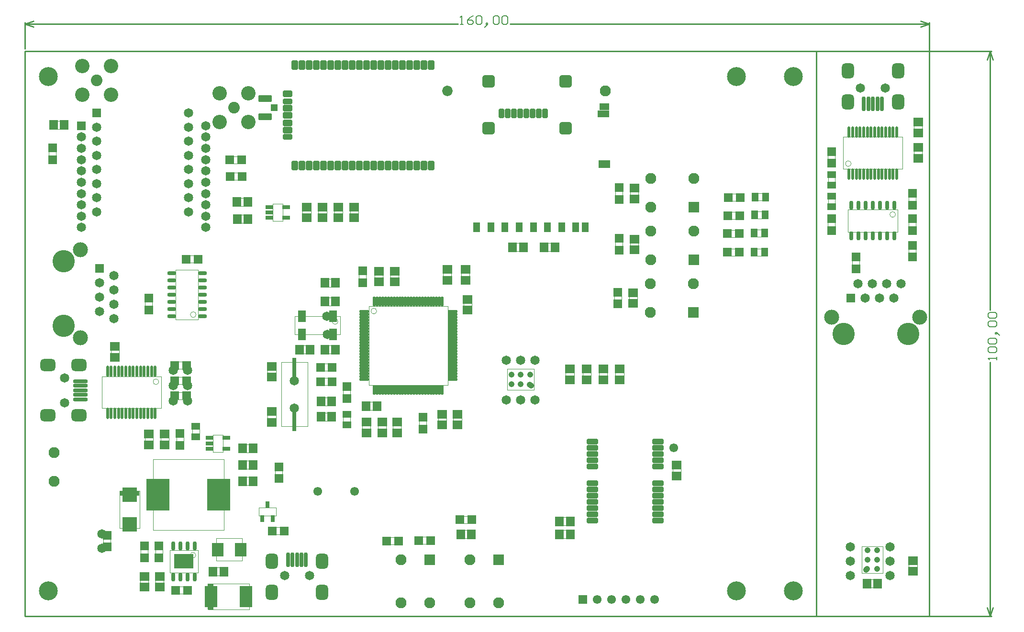
<source format=gts>
G04 Layer_Color=8388736*
%FSLAX44Y44*%
%MOMM*%
G71*
G01*
G75*
%ADD54C,0.1000*%
%ADD55C,0.2540*%
%ADD56C,0.1524*%
%ADD57R,0.9819X4.6000*%
%ADD58R,3.5000X0.8877*%
%ADD79O,1.6000X0.7500*%
%ADD80O,0.7500X1.6000*%
G04:AMPARAMS|DCode=81|XSize=0.95mm|YSize=1.65mm|CornerRadius=0.195mm|HoleSize=0mm|Usage=FLASHONLY|Rotation=180.000|XOffset=0mm|YOffset=0mm|HoleType=Round|Shape=RoundedRectangle|*
%AMROUNDEDRECTD81*
21,1,0.9500,1.2600,0,0,180.0*
21,1,0.5600,1.6500,0,0,180.0*
1,1,0.3900,-0.2800,0.6300*
1,1,0.3900,0.2800,0.6300*
1,1,0.3900,0.2800,-0.6300*
1,1,0.3900,-0.2800,-0.6300*
%
%ADD81ROUNDEDRECTD81*%
G04:AMPARAMS|DCode=82|XSize=2.15mm|YSize=2.15mm|CornerRadius=0.375mm|HoleSize=0mm|Usage=FLASHONLY|Rotation=180.000|XOffset=0mm|YOffset=0mm|HoleType=Round|Shape=RoundedRectangle|*
%AMROUNDEDRECTD82*
21,1,2.1500,1.4000,0,0,180.0*
21,1,1.4000,2.1500,0,0,180.0*
1,1,0.7500,-0.7000,0.7000*
1,1,0.7500,0.7000,0.7000*
1,1,0.7500,0.7000,-0.7000*
1,1,0.7500,-0.7000,-0.7000*
%
%ADD82ROUNDEDRECTD82*%
G04:AMPARAMS|DCode=83|XSize=1.674mm|YSize=1.166mm|CornerRadius=0.1766mm|HoleSize=0mm|Usage=FLASHONLY|Rotation=270.000|XOffset=0mm|YOffset=0mm|HoleType=Round|Shape=RoundedRectangle|*
%AMROUNDEDRECTD83*
21,1,1.6740,0.8128,0,0,270.0*
21,1,1.3208,1.1660,0,0,270.0*
1,1,0.3532,-0.4064,-0.6604*
1,1,0.3532,-0.4064,0.6604*
1,1,0.3532,0.4064,0.6604*
1,1,0.3532,0.4064,-0.6604*
%
%ADD83ROUNDEDRECTD83*%
G04:AMPARAMS|DCode=84|XSize=1.674mm|YSize=0.95mm|CornerRadius=0.155mm|HoleSize=0mm|Usage=FLASHONLY|Rotation=180.000|XOffset=0mm|YOffset=0mm|HoleType=Round|Shape=RoundedRectangle|*
%AMROUNDEDRECTD84*
21,1,1.6740,0.6400,0,0,180.0*
21,1,1.3640,0.9500,0,0,180.0*
1,1,0.3100,-0.6820,0.3200*
1,1,0.3100,0.6820,0.3200*
1,1,0.3100,0.6820,-0.3200*
1,1,0.3100,-0.6820,-0.3200*
%
%ADD84ROUNDEDRECTD84*%
G04:AMPARAMS|DCode=85|XSize=1.674mm|YSize=1.166mm|CornerRadius=0.1766mm|HoleSize=0mm|Usage=FLASHONLY|Rotation=180.000|XOffset=0mm|YOffset=0mm|HoleType=Round|Shape=RoundedRectangle|*
%AMROUNDEDRECTD85*
21,1,1.6740,0.8128,0,0,180.0*
21,1,1.3208,1.1660,0,0,180.0*
1,1,0.3532,-0.6604,0.4064*
1,1,0.3532,0.6604,0.4064*
1,1,0.3532,0.6604,-0.4064*
1,1,0.3532,-0.6604,-0.4064*
%
%ADD85ROUNDEDRECTD85*%
%ADD86R,1.5500X1.7000*%
%ADD87R,1.6000X1.5000*%
G04:AMPARAMS|DCode=88|XSize=2.15mm|YSize=2.65mm|CornerRadius=0.575mm|HoleSize=0mm|Usage=FLASHONLY|Rotation=180.000|XOffset=0mm|YOffset=0mm|HoleType=Round|Shape=RoundedRectangle|*
%AMROUNDEDRECTD88*
21,1,2.1500,1.5000,0,0,180.0*
21,1,1.0000,2.6500,0,0,180.0*
1,1,1.1500,-0.5000,0.7500*
1,1,1.1500,0.5000,0.7500*
1,1,1.1500,0.5000,-0.7500*
1,1,1.1500,-0.5000,-0.7500*
%
%ADD88ROUNDEDRECTD88*%
%ADD89O,0.6500X2.6500*%
%ADD90O,0.4500X2.0000*%
%ADD91R,1.3500X0.8000*%
%ADD92R,1.7000X1.5500*%
%ADD93R,1.5000X1.6000*%
%ADD94R,1.4500X2.0500*%
G04:AMPARAMS|DCode=95|XSize=2.15mm|YSize=2.65mm|CornerRadius=0.575mm|HoleSize=0mm|Usage=FLASHONLY|Rotation=270.000|XOffset=0mm|YOffset=0mm|HoleType=Round|Shape=RoundedRectangle|*
%AMROUNDEDRECTD95*
21,1,2.1500,1.5000,0,0,270.0*
21,1,1.0000,2.6500,0,0,270.0*
1,1,1.1500,-0.7500,-0.5000*
1,1,1.1500,-0.7500,0.5000*
1,1,1.1500,0.7500,0.5000*
1,1,1.1500,0.7500,-0.5000*
%
%ADD95ROUNDEDRECTD95*%
%ADD96O,2.6500X0.6500*%
%ADD97R,2.1500X1.1500*%
%ADD98R,1.7000X1.1500*%
%ADD99R,2.1500X1.3500*%
%ADD100R,1.1500X1.7500*%
%ADD101R,0.8000X4.1500*%
%ADD102R,3.3500X2.6600*%
%ADD103C,1.0600*%
G04:AMPARAMS|DCode=104|XSize=0.95mm|YSize=1.95mm|CornerRadius=0.175mm|HoleSize=0mm|Usage=FLASHONLY|Rotation=270.000|XOffset=0mm|YOffset=0mm|HoleType=Round|Shape=RoundedRectangle|*
%AMROUNDEDRECTD104*
21,1,0.9500,1.6000,0,0,270.0*
21,1,0.6000,1.9500,0,0,270.0*
1,1,0.3500,-0.8000,-0.3000*
1,1,0.3500,-0.8000,0.3000*
1,1,0.3500,0.8000,0.3000*
1,1,0.3500,0.8000,-0.3000*
%
%ADD104ROUNDEDRECTD104*%
%ADD105O,1.8000X0.5000*%
%ADD106O,0.5000X1.8000*%
%ADD107R,4.1000X5.6500*%
%ADD108R,1.5500X1.1500*%
%ADD109R,2.1000X2.4000*%
%ADD110R,1.1500X1.5500*%
%ADD111R,2.3000X3.7000*%
%ADD112R,2.6000X2.5500*%
%ADD113R,0.7500X1.1500*%
G04:AMPARAMS|DCode=114|XSize=1.25mm|YSize=1.25mm|CornerRadius=0.185mm|HoleSize=0mm|Usage=FLASHONLY|Rotation=90.000|XOffset=0mm|YOffset=0mm|HoleType=Round|Shape=RoundedRectangle|*
%AMROUNDEDRECTD114*
21,1,1.2500,0.8800,0,0,90.0*
21,1,0.8800,1.2500,0,0,90.0*
1,1,0.3700,0.4400,0.4400*
1,1,0.3700,0.4400,-0.4400*
1,1,0.3700,-0.4400,-0.4400*
1,1,0.3700,-0.4400,0.4400*
%
%ADD114ROUNDEDRECTD114*%
G04:AMPARAMS|DCode=115|XSize=1.2mm|YSize=2.35mm|CornerRadius=0.1275mm|HoleSize=0mm|Usage=FLASHONLY|Rotation=90.000|XOffset=0mm|YOffset=0mm|HoleType=Round|Shape=RoundedRectangle|*
%AMROUNDEDRECTD115*
21,1,1.2000,2.0950,0,0,90.0*
21,1,0.9450,2.3500,0,0,90.0*
1,1,0.2550,1.0475,0.4725*
1,1,0.2550,1.0475,-0.4725*
1,1,0.2550,-1.0475,-0.4725*
1,1,0.2550,-1.0475,0.4725*
%
%ADD115ROUNDEDRECTD115*%
%ADD116C,2.6500*%
%ADD117C,3.9500*%
%ADD118C,1.6500*%
%ADD119R,1.6500X1.6500*%
%ADD120R,1.6500X1.6500*%
%ADD121C,1.6500*%
%ADD122R,1.6500X1.6500*%
%ADD123C,1.5500*%
%ADD124C,3.3500*%
%ADD125C,2.5500*%
%ADD126C,2.0500*%
%ADD127C,1.9500*%
%ADD128C,1.8500*%
%ADD129R,1.5500X1.5500*%
%ADD130R,1.9500X1.9500*%
%ADD131R,1.9500X1.9500*%
D54*
X1702500Y1163750D02*
G03*
X1702500Y1163750I-5000J0D01*
G01*
X2940000Y1341000D02*
G03*
X2940000Y1341000I-5000J0D01*
G01*
X2861500Y1431000D02*
G03*
X2861500Y1431000I-5000J0D01*
G01*
X1953500Y1151500D02*
G03*
X1953500Y1151500I-5000J0D01*
G01*
X1636500Y1045000D02*
G03*
X1636500Y1045000I-5000J0D01*
G01*
X1702000Y738000D02*
G03*
X1702000Y738000I-5000J0D01*
G01*
X2022000Y1170000D02*
G03*
X2022000Y1170000I-5000J0D01*
G01*
X1666500Y1242750D02*
X1706500D01*
X1666500Y1154750D02*
X1706500D01*
X1666500D02*
Y1242750D01*
X1706500Y1154750D02*
Y1242750D01*
X2856000Y1350000D02*
X2944000D01*
X2856000Y1310000D02*
X2944000D01*
Y1350000D01*
X2856000Y1310000D02*
Y1350000D01*
X1470800Y1492250D02*
Y1506750D01*
X1448700Y1492250D02*
Y1506750D01*
Y1492250D02*
X1470800D01*
X1448700Y1506750D02*
X1470800D01*
X2976350Y1311600D02*
Y1334400D01*
X2963650Y1311600D02*
Y1334400D01*
X2976350D01*
X2963650Y1311600D02*
X2976350D01*
X2952500Y1422000D02*
Y1478000D01*
X2847500Y1422000D02*
Y1478000D01*
X2952500D01*
X2847500Y1422000D02*
X2952500D01*
X1838500Y1329250D02*
Y1359750D01*
X1856000Y1329250D02*
Y1359750D01*
X1838500D02*
X1856000D01*
X1838500Y1329250D02*
X1856000D01*
X2963650Y1356600D02*
Y1379400D01*
X2976350Y1356600D02*
Y1379400D01*
X2963650Y1356600D02*
X2976350D01*
X2963650Y1379400D02*
X2976350D01*
X2963650Y1264600D02*
Y1287400D01*
X2976350Y1264600D02*
Y1287400D01*
X2963650Y1264600D02*
X2976350D01*
X2963650Y1287400D02*
X2976350D01*
X1612150Y1171350D02*
Y1194150D01*
X1624850Y1171350D02*
Y1194150D01*
X1612150Y1171350D02*
X1624850D01*
X1612150Y1194150D02*
X1624850D01*
X2863650Y1243600D02*
Y1266400D01*
X2876350Y1243600D02*
Y1266400D01*
X2863650Y1243600D02*
X2876350D01*
X2863650Y1266400D02*
X2876350D01*
X2972750Y1483950D02*
X2987250D01*
X2972750Y1506050D02*
X2987250D01*
X2972750Y1483950D02*
Y1506050D01*
X2987250Y1483950D02*
Y1506050D01*
X2972750Y1438950D02*
X2987250D01*
X2972750Y1461050D02*
X2987250D01*
X2972750Y1438950D02*
Y1461050D01*
X2987250Y1438950D02*
Y1461050D01*
X1975000Y1355550D02*
X1989500D01*
X1975000Y1333450D02*
X1989500D01*
Y1355550D01*
X1975000Y1333450D02*
Y1355550D01*
X1947000D02*
X1961500D01*
X1947000Y1333450D02*
X1961500D01*
Y1355550D01*
X1947000Y1333450D02*
Y1355550D01*
X1919000D02*
X1933500D01*
X1919000Y1333450D02*
X1933500D01*
Y1355550D01*
X1919000Y1333450D02*
Y1355550D01*
X1891000D02*
X1905500D01*
X1891000Y1333450D02*
X1905500D01*
Y1355550D01*
X1891000Y1333450D02*
Y1355550D01*
X1795550Y1355750D02*
Y1370250D01*
X1773450Y1355750D02*
Y1370250D01*
Y1355750D02*
X1795550D01*
X1773450Y1370250D02*
X1795550D01*
X1795800Y1325750D02*
Y1340250D01*
X1773700Y1325750D02*
Y1340250D01*
Y1325750D02*
X1795800D01*
X1773700Y1340250D02*
X1795800D01*
X1684100Y1268100D02*
X1706900D01*
X1684100Y1255400D02*
X1706900D01*
X1684100D02*
Y1268100D01*
X1706900Y1255400D02*
Y1268100D01*
X2545750Y899050D02*
X2560250D01*
X2545750Y876950D02*
X2560250D01*
Y899050D01*
X2545750Y876950D02*
Y899050D01*
X2366050Y767750D02*
Y782250D01*
X2343950Y767750D02*
Y782250D01*
Y767750D02*
X2366050D01*
X2343950Y782250D02*
X2366050D01*
Y790750D02*
Y805250D01*
X2343950Y790750D02*
Y805250D01*
Y790750D02*
X2366050D01*
X2343950Y805250D02*
X2366050D01*
X1551750Y1086950D02*
X1566250D01*
X1551750Y1109050D02*
X1566250D01*
X1551750Y1086950D02*
Y1109050D01*
X1566250Y1086950D02*
Y1109050D01*
X2038600Y756650D02*
X2061400D01*
X2038600Y769350D02*
X2061400D01*
Y756650D02*
Y769350D01*
X2038600Y756650D02*
Y769350D01*
X1730950Y701750D02*
Y716250D01*
X1753050Y701750D02*
Y716250D01*
X1730950D02*
X1753050D01*
X1730950Y701750D02*
X1753050D01*
X1877500Y1128500D02*
Y1160500D01*
X1957500Y1128500D02*
Y1160500D01*
X1877500Y1128500D02*
X1957500D01*
X1877500Y1160500D02*
X1957500D01*
X1853000Y965750D02*
X1900000D01*
X1853000Y1079250D02*
X1900000D01*
X1853000Y965750D02*
Y1079250D01*
X1900000Y965750D02*
Y1079250D01*
X1535500Y998000D02*
Y1054000D01*
X1640500Y998000D02*
Y1054000D01*
X1535500Y998000D02*
X1640500D01*
X1535500Y1054000D02*
X1640500D01*
X1732250Y920750D02*
Y951250D01*
X1749750Y920750D02*
Y951250D01*
X1732250D02*
X1749750D01*
X1732250Y920750D02*
X1749750D01*
X1656000Y707000D02*
Y747000D01*
X1706000Y707000D02*
Y747000D01*
X1656000Y707000D02*
X1706000D01*
X1656000Y747000D02*
X1706000D01*
X2253400Y1067800D02*
X2300600D01*
X2253400Y1030200D02*
X2300600D01*
Y1067800D01*
X2253400Y1030200D02*
Y1067800D01*
X2008000Y1039000D02*
Y1179000D01*
X2148000Y1039000D02*
Y1179000D01*
X2008000D02*
X2148000D01*
X2008000Y1039000D02*
X2148000D01*
X1665600Y669650D02*
Y682350D01*
X1688400Y669650D02*
Y682350D01*
X1665600D02*
X1688400D01*
X1665600Y669650D02*
X1688400D01*
X1630650Y732600D02*
Y755400D01*
X1643350Y732600D02*
Y755400D01*
X1630650Y732600D02*
X1643350D01*
X1630650Y755400D02*
X1643350D01*
X1604650Y732600D02*
X1617350D01*
X1604650Y755400D02*
X1617350D01*
X1604650Y732600D02*
Y755400D01*
X1617350Y732600D02*
Y755400D01*
X1667650Y931600D02*
Y954400D01*
X1680350Y931600D02*
Y954400D01*
X1667650Y931600D02*
X1680350D01*
X1667650Y954400D02*
X1680350D01*
X2097650Y960600D02*
X2110350D01*
X2097650Y983400D02*
X2110350D01*
X2097650Y960600D02*
Y983400D01*
X2110350Y960600D02*
Y983400D01*
X2643600Y1364650D02*
X2666400D01*
X2643600Y1377350D02*
X2666400D01*
Y1364650D02*
Y1377350D01*
X2643600Y1364650D02*
Y1377350D01*
X1962650Y1014600D02*
X1975350D01*
X1962650Y1037400D02*
X1975350D01*
X1962650Y1014600D02*
Y1037400D01*
X1975350Y1014600D02*
Y1037400D01*
X2642600Y1332650D02*
X2665400D01*
X2642600Y1345350D02*
X2665400D01*
Y1332650D02*
Y1345350D01*
X2642600Y1332650D02*
Y1345350D01*
X2641600Y1300650D02*
Y1313350D01*
X2664400Y1300650D02*
Y1313350D01*
X2641600D02*
X2664400D01*
X2641600Y1300650D02*
X2664400D01*
X2641600Y1267650D02*
X2664400D01*
X2641600Y1280350D02*
X2664400D01*
Y1267650D02*
Y1280350D01*
X2641600Y1267650D02*
Y1280350D01*
X2444650Y1366600D02*
X2457350D01*
X2444650Y1389400D02*
X2457350D01*
X2444650Y1366600D02*
Y1389400D01*
X2457350Y1366600D02*
Y1389400D01*
X2168600Y794650D02*
X2191400D01*
X2168600Y807350D02*
X2191400D01*
Y794650D02*
Y807350D01*
X2168600Y794650D02*
Y807350D01*
X2444650Y1276600D02*
X2457350D01*
X2444650Y1299400D02*
X2457350D01*
X2444650Y1276600D02*
Y1299400D01*
X2457350Y1276600D02*
Y1299400D01*
X1990650Y1219600D02*
Y1242400D01*
X2003350Y1219600D02*
Y1242400D01*
X1990650Y1219600D02*
X2003350D01*
X1990650Y1242400D02*
X2003350D01*
X1944400Y1038650D02*
Y1051350D01*
X1921600Y1038650D02*
Y1051350D01*
Y1038650D02*
X1944400D01*
X1921600Y1051350D02*
X1944400D01*
X1921600Y1076850D02*
X1944400D01*
X1921600Y1064150D02*
X1944400D01*
X1921600D02*
Y1076850D01*
X1944400Y1064150D02*
Y1076850D01*
X2442650Y1181600D02*
X2455350D01*
X2442650Y1204400D02*
X2455350D01*
X2442650Y1181600D02*
Y1204400D01*
X2455350Y1181600D02*
Y1204400D01*
X2095600Y757650D02*
X2118400D01*
X2095600Y770350D02*
X2118400D01*
Y757650D02*
Y770350D01*
X2095600Y757650D02*
Y770350D01*
X1751500Y782500D02*
Y907500D01*
X1626500Y782500D02*
Y907500D01*
Y782500D02*
X1751500D01*
X1626500Y907500D02*
X1751500D01*
X1975250Y968000D02*
Y988000D01*
X1962750Y968000D02*
Y988000D01*
X1975250D01*
X1962750Y968000D02*
X1975250D01*
X1695750Y967000D02*
X1708250D01*
X1695750Y947000D02*
X1708250D01*
Y967000D01*
X1695750Y947000D02*
Y967000D01*
X1738000Y728250D02*
Y767750D01*
X1784000Y728250D02*
Y767750D01*
X1738000D02*
X1784000D01*
X1738000Y728250D02*
X1784000D01*
X2691000Y1378250D02*
X2711000D01*
X2691000Y1365750D02*
X2711000D01*
X2691000D02*
Y1378250D01*
X2711000Y1365750D02*
Y1378250D01*
X2710000Y1333750D02*
Y1346250D01*
X2690000Y1333750D02*
Y1346250D01*
Y1333750D02*
X2710000D01*
X2690000Y1346250D02*
X2710000D01*
X2689000Y1314250D02*
X2709000D01*
X2689000Y1301750D02*
X2709000D01*
X2689000D02*
Y1314250D01*
X2709000Y1301750D02*
Y1314250D01*
X2709000Y1267750D02*
Y1280250D01*
X2689000Y1267750D02*
Y1280250D01*
Y1267750D02*
X2709000D01*
X2689000Y1280250D02*
X2709000D01*
X1782950Y919750D02*
Y934250D01*
X1805050Y919750D02*
Y934250D01*
X1782950D02*
X1805050D01*
X1782950Y919750D02*
X1805050D01*
X1782950Y890750D02*
Y905250D01*
X1805050Y890750D02*
Y905250D01*
X1782950D02*
X1805050D01*
X1782950Y890750D02*
X1805050D01*
X1782950Y861750D02*
Y876250D01*
X1805050Y861750D02*
Y876250D01*
X1782950D02*
X1805050D01*
X1782950Y861750D02*
X1805050D01*
X1639750Y931950D02*
X1654250D01*
X1639750Y954050D02*
X1654250D01*
X1639750Y931950D02*
Y954050D01*
X1654250Y931950D02*
Y954050D01*
X1611750Y931950D02*
X1626250D01*
X1611750Y954050D02*
X1626250D01*
X1611750Y931950D02*
Y954050D01*
X1626250Y931950D02*
Y954050D01*
X1603750Y702050D02*
X1618250D01*
X1603750Y679950D02*
X1618250D01*
Y702050D01*
X1603750Y679950D02*
Y702050D01*
X1630750Y702050D02*
X1645250D01*
X1630750Y679950D02*
X1645250D01*
Y702050D01*
X1630750Y679950D02*
Y702050D01*
X1723500Y642000D02*
Y688000D01*
X1796500Y642000D02*
Y688000D01*
X1723500D02*
X1796500D01*
X1723500Y642000D02*
X1796500D01*
X1567500Y786000D02*
Y852000D01*
X1602500Y786000D02*
Y852000D01*
X1567500Y786000D02*
X1602500D01*
X1567500Y852000D02*
X1602500D01*
X2415750Y1069050D02*
X2430250D01*
X2415750Y1046950D02*
X2430250D01*
Y1069050D01*
X2415750Y1046950D02*
Y1069050D01*
X2444750D02*
X2459250D01*
X2444750Y1046950D02*
X2459250D01*
Y1069050D01*
X2444750Y1046950D02*
Y1069050D01*
X2386750D02*
X2401250D01*
X2386750Y1046950D02*
X2401250D01*
Y1069050D01*
X2386750Y1046950D02*
Y1069050D01*
X2356750D02*
X2371250D01*
X2356750Y1046950D02*
X2371250D01*
Y1069050D01*
X2356750Y1046950D02*
Y1069050D01*
X1951050Y1094750D02*
Y1109250D01*
X1928950Y1094750D02*
Y1109250D01*
Y1094750D02*
X1951050D01*
X1928950Y1109250D02*
X1951050D01*
Y1179750D02*
Y1194250D01*
X1928950Y1179750D02*
Y1194250D01*
Y1179750D02*
X1951050D01*
X1928950Y1194250D02*
X1951050D01*
Y1212750D02*
Y1227250D01*
X1928950Y1212750D02*
Y1227250D01*
Y1212750D02*
X1951050D01*
X1928950Y1227250D02*
X1951050D01*
X2024750Y952950D02*
X2039250D01*
X2024750Y975050D02*
X2039250D01*
X2024750Y952950D02*
Y975050D01*
X2039250Y952950D02*
Y975050D01*
X1996750Y952950D02*
X2011250D01*
X1996750Y975050D02*
X2011250D01*
X1996750Y952950D02*
Y975050D01*
X2011250Y952950D02*
Y975050D01*
X2130750Y989050D02*
X2145250D01*
X2130750Y966950D02*
X2145250D01*
Y989050D01*
X2130750Y966950D02*
Y989050D01*
X2171750Y1222950D02*
X2186250D01*
X2171750Y1245050D02*
X2186250D01*
X2171750Y1222950D02*
Y1245050D01*
X2186250Y1222950D02*
Y1245050D01*
X1944050Y1002750D02*
Y1017250D01*
X1921950Y1002750D02*
Y1017250D01*
Y1002750D02*
X1944050D01*
X1921950Y1017250D02*
X1944050D01*
Y975750D02*
Y990250D01*
X1921950Y975750D02*
Y990250D01*
Y975750D02*
X1944050D01*
X1921950Y990250D02*
X1944050D01*
X2139750Y1222950D02*
X2154250D01*
X2139750Y1245050D02*
X2154250D01*
X2139750Y1222950D02*
Y1245050D01*
X2154250Y1222950D02*
Y1245050D01*
X2046750Y1219950D02*
X2061250D01*
X2046750Y1242050D02*
X2061250D01*
X2046750Y1219950D02*
Y1242050D01*
X2061250Y1219950D02*
Y1242050D01*
X2001950Y994750D02*
Y1009250D01*
X2024050Y994750D02*
Y1009250D01*
X2001950D02*
X2024050D01*
X2001950Y994750D02*
X2024050D01*
X2050750Y975050D02*
X2065250D01*
X2050750Y952950D02*
X2065250D01*
Y975050D01*
X2050750Y952950D02*
Y975050D01*
X2018750Y1219950D02*
X2033250D01*
X2018750Y1242050D02*
X2033250D01*
X2018750Y1219950D02*
Y1242050D01*
X2033250Y1219950D02*
Y1242050D01*
X2175750Y1169950D02*
X2190250D01*
X2175750Y1192050D02*
X2190250D01*
X2175750Y1169950D02*
Y1192050D01*
X2190250Y1169950D02*
Y1192050D01*
X2157750Y989050D02*
X2172250D01*
X2157750Y966950D02*
X2172250D01*
Y989050D01*
X2157750Y966950D02*
Y989050D01*
X1906050Y1094750D02*
Y1109250D01*
X1883950Y1094750D02*
Y1109250D01*
Y1094750D02*
X1906050D01*
X1883950Y1109250D02*
X1906050D01*
X1829250Y971450D02*
X1843750D01*
X1829250Y993550D02*
X1843750D01*
X1829250Y971450D02*
Y993550D01*
X1843750Y971450D02*
Y993550D01*
X1829250Y1073550D02*
X1843750D01*
X1829250Y1051450D02*
X1843750D01*
Y1073550D01*
X1829250Y1051450D02*
Y1073550D01*
X2470750Y1389050D02*
X2485250D01*
X2470750Y1366950D02*
X2485250D01*
Y1389050D01*
X2470750Y1366950D02*
Y1389050D01*
X2470750Y1299050D02*
X2485250D01*
X2470750Y1276950D02*
X2485250D01*
Y1299050D01*
X2470750Y1276950D02*
Y1299050D01*
X2468750Y1204050D02*
X2483250D01*
X2468750Y1181950D02*
X2483250D01*
Y1204050D01*
X2468750Y1181950D02*
Y1204050D01*
X2191050Y767750D02*
Y782250D01*
X2168950Y767750D02*
Y782250D01*
Y767750D02*
X2191050D01*
X2168950Y782250D02*
X2191050D01*
X1538650Y751600D02*
Y774400D01*
X1551350Y751600D02*
Y774400D01*
X1538650Y751600D02*
X1551350D01*
X1538650Y774400D02*
X1551350D01*
X2260950Y1290250D02*
X2283050D01*
X2260950Y1275750D02*
X2283050D01*
X2260950D02*
Y1290250D01*
X2283050Y1275750D02*
Y1290250D01*
X2316950Y1275750D02*
X2339050D01*
X2316950Y1290250D02*
X2339050D01*
Y1275750D02*
Y1290250D01*
X2316950Y1275750D02*
Y1290250D01*
X1663600Y1067650D02*
Y1080350D01*
X1686400Y1067650D02*
Y1080350D01*
X1663600D02*
X1686400D01*
X1663600Y1067650D02*
X1686400D01*
X1663600Y1040650D02*
Y1053350D01*
X1686400Y1040650D02*
Y1053350D01*
X1663600D02*
X1686400D01*
X1663600Y1040650D02*
X1686400D01*
X1663600Y1013650D02*
Y1026350D01*
X1686400Y1013650D02*
Y1026350D01*
X1663600D02*
X1686400D01*
X1663600Y1013650D02*
X1686400D01*
X1813800Y808000D02*
X1844200D01*
X1813800Y822000D02*
X1844200D01*
X1813800Y808000D02*
Y822000D01*
X1844200Y808000D02*
Y822000D01*
X1842650Y872600D02*
X1855350D01*
X1842650Y895400D02*
X1855350D01*
X1842650Y872600D02*
Y895400D01*
X1855350Y872600D02*
Y895400D01*
X1859400Y774650D02*
Y787350D01*
X1836600Y774650D02*
Y787350D01*
Y774650D02*
X1859400D01*
X1836600Y787350D02*
X1859400D01*
X2887950Y680750D02*
X2910050D01*
X2887950Y695250D02*
X2910050D01*
Y680750D02*
Y695250D01*
X2887950Y680750D02*
Y695250D01*
X2978250Y707950D02*
Y730050D01*
X2963750Y707950D02*
Y730050D01*
X2978250D01*
X2963750Y707950D02*
X2978250D01*
X2917800Y706400D02*
Y753600D01*
X2880200Y706400D02*
Y753600D01*
Y706400D02*
X2917800D01*
X2880200Y753600D02*
X2917800D01*
X1442150Y1459900D02*
X1454850D01*
X1442150Y1437100D02*
X1454850D01*
Y1459900D01*
X1442150Y1437100D02*
Y1459900D01*
X2820750Y1392000D02*
X2833250D01*
X2820750Y1412000D02*
X2833250D01*
X2820750Y1392000D02*
Y1412000D01*
X2833250Y1392000D02*
Y1412000D01*
X2820650Y1334400D02*
X2833350D01*
X2820650Y1311600D02*
X2833350D01*
Y1334400D01*
X2820650Y1311600D02*
Y1334400D01*
Y1430600D02*
X2833350D01*
X2820650Y1453400D02*
X2833350D01*
X2820650Y1430600D02*
Y1453400D01*
X2833350Y1430600D02*
Y1453400D01*
X2820750Y1374000D02*
X2833250D01*
X2820750Y1354000D02*
X2833250D01*
Y1374000D01*
X2820750Y1354000D02*
Y1374000D01*
X1783900Y1431400D02*
Y1444100D01*
X1761100Y1431400D02*
Y1444100D01*
Y1431400D02*
X1783900D01*
X1761100Y1444100D02*
X1783900D01*
X1784900Y1402150D02*
Y1414850D01*
X1762100Y1402150D02*
Y1414850D01*
Y1402150D02*
X1784900D01*
X1762100Y1414850D02*
X1784900D01*
D55*
X2803810Y1630000D02*
X3109790D01*
X2803810Y630000D02*
X3109790D01*
X3107250Y1171896D02*
Y1630000D01*
Y630000D02*
Y1079976D01*
X3102170Y1614760D02*
X3107250Y1630000D01*
X3112330Y1614760D01*
X3107250Y630000D02*
X3112330Y645240D01*
X3102170D02*
X3107250Y630000D01*
X3000000Y632540D02*
Y1680540D01*
X1400000Y1633810D02*
Y1680540D01*
X2258107Y1678000D02*
X3000000D01*
X1400000D02*
X2166186D01*
X2984760Y1683080D02*
X3000000Y1678000D01*
X2984760Y1672920D02*
X3000000Y1678000D01*
X1400000D02*
X1415240Y1672920D01*
X1400000Y1678000D02*
X1415240Y1683080D01*
X1400000Y1630000D02*
X2800000D01*
Y630000D02*
Y1630000D01*
X1400000Y630000D02*
X2800000D01*
X1400000D02*
Y1630000D01*
X2800000D02*
X3000000D01*
Y630000D02*
Y1630000D01*
X2800000Y630000D02*
X3000000D01*
D56*
X3118931Y1084040D02*
Y1089118D01*
Y1086579D01*
X3103696D01*
X3106235Y1084040D01*
Y1096735D02*
X3103696Y1099275D01*
Y1104353D01*
X3106235Y1106892D01*
X3116392D01*
X3118931Y1104353D01*
Y1099275D01*
X3116392Y1096735D01*
X3106235D01*
Y1111971D02*
X3103696Y1114510D01*
Y1119588D01*
X3106235Y1122127D01*
X3116392D01*
X3118931Y1119588D01*
Y1114510D01*
X3116392Y1111971D01*
X3106235D01*
X3121470Y1129745D02*
X3118931Y1132284D01*
X3116392D01*
Y1129745D01*
X3118931D01*
Y1132284D01*
X3121470Y1129745D01*
X3124009Y1127206D01*
X3106235Y1142441D02*
X3103696Y1144980D01*
Y1150058D01*
X3106235Y1152597D01*
X3116392D01*
X3118931Y1150058D01*
Y1144980D01*
X3116392Y1142441D01*
X3106235D01*
Y1157676D02*
X3103696Y1160215D01*
Y1165293D01*
X3106235Y1167832D01*
X3116392D01*
X3118931Y1165293D01*
Y1160215D01*
X3116392Y1157676D01*
X3106235D01*
X2170250Y1677750D02*
X2175328D01*
X2172789D01*
Y1692985D01*
X2170250Y1690446D01*
X2193103Y1692985D02*
X2188024Y1690446D01*
X2182946Y1685367D01*
Y1680289D01*
X2185485Y1677750D01*
X2190563D01*
X2193103Y1680289D01*
Y1682828D01*
X2190563Y1685367D01*
X2182946D01*
X2198181Y1690446D02*
X2200720Y1692985D01*
X2205798D01*
X2208338Y1690446D01*
Y1680289D01*
X2205798Y1677750D01*
X2200720D01*
X2198181Y1680289D01*
Y1690446D01*
X2215955Y1675211D02*
X2218494Y1677750D01*
Y1680289D01*
X2215955D01*
Y1677750D01*
X2218494D01*
X2215955Y1675211D01*
X2213416Y1672672D01*
X2228651Y1690446D02*
X2231190Y1692985D01*
X2236269D01*
X2238808Y1690446D01*
Y1680289D01*
X2236269Y1677750D01*
X2231190D01*
X2228651Y1680289D01*
Y1690446D01*
X2243886D02*
X2246425Y1692985D01*
X2251504D01*
X2254043Y1690446D01*
Y1680289D01*
X2251504Y1677750D01*
X2246425D01*
X2243886Y1680289D01*
Y1690446D01*
D57*
X1728409Y665000D02*
D03*
D58*
X1585000Y847561D02*
D03*
D79*
X1659250Y1236850D02*
D03*
Y1224150D02*
D03*
Y1211450D02*
D03*
Y1198750D02*
D03*
Y1186050D02*
D03*
Y1173350D02*
D03*
Y1160650D02*
D03*
X1713750Y1236850D02*
D03*
Y1224150D02*
D03*
Y1211450D02*
D03*
Y1198750D02*
D03*
Y1186050D02*
D03*
Y1173350D02*
D03*
Y1160650D02*
D03*
D80*
X2938100Y1357250D02*
D03*
X2925400D02*
D03*
X2912700D02*
D03*
X2900000D02*
D03*
X2887300D02*
D03*
X2874600D02*
D03*
X2861900D02*
D03*
X2938100Y1302750D02*
D03*
X2925400D02*
D03*
X2912700D02*
D03*
X2900000D02*
D03*
X2887300D02*
D03*
X2874600D02*
D03*
X2861900D02*
D03*
X1661950Y699750D02*
D03*
X1674650D02*
D03*
X1687350D02*
D03*
X1700050D02*
D03*
X1661950Y754250D02*
D03*
X1674650D02*
D03*
X1687350D02*
D03*
X1700050D02*
D03*
D81*
X2320000Y1520000D02*
D03*
X2309000D02*
D03*
X2298000D02*
D03*
X2287000D02*
D03*
X2276000D02*
D03*
X2265000D02*
D03*
X2254000D02*
D03*
X2243000D02*
D03*
D82*
X2356000Y1577000D02*
D03*
X2220000D02*
D03*
Y1494000D02*
D03*
X2356000D02*
D03*
D83*
X2118250Y1427250D02*
D03*
X2105550D02*
D03*
X2092850D02*
D03*
X2080150D02*
D03*
X2067450D02*
D03*
X2054750D02*
D03*
X2042050D02*
D03*
X2029350D02*
D03*
X2016650D02*
D03*
X2003950D02*
D03*
X1991250D02*
D03*
X1978550D02*
D03*
X1965850D02*
D03*
X1953150D02*
D03*
X1940450D02*
D03*
X1927750D02*
D03*
X1915050D02*
D03*
X1902350D02*
D03*
X1889650D02*
D03*
X1876950D02*
D03*
Y1605250D02*
D03*
X1889650D02*
D03*
X1902350D02*
D03*
X1915050D02*
D03*
X1927750D02*
D03*
X1940450D02*
D03*
X1953150D02*
D03*
X1965850D02*
D03*
X1978550D02*
D03*
X1991250D02*
D03*
X2003950D02*
D03*
X2016650D02*
D03*
X2029350D02*
D03*
X2042050D02*
D03*
X2054750D02*
D03*
X2067450D02*
D03*
X2080150D02*
D03*
X2092850D02*
D03*
X2105550D02*
D03*
X2118250D02*
D03*
D84*
X1864250Y1478250D02*
D03*
Y1541250D02*
D03*
D85*
Y1490250D02*
D03*
Y1503250D02*
D03*
Y1516250D02*
D03*
Y1529250D02*
D03*
Y1554250D02*
D03*
D86*
X1469250Y1499500D02*
D03*
X1450250D02*
D03*
X1794000Y1363000D02*
D03*
X1775000D02*
D03*
X1794250Y1333000D02*
D03*
X1775250D02*
D03*
X2364500Y775000D02*
D03*
X2345500D02*
D03*
X2364500Y798000D02*
D03*
X2345500D02*
D03*
X1732500Y709000D02*
D03*
X1751500D02*
D03*
X1784500Y927000D02*
D03*
X1803500D02*
D03*
X1784500Y898000D02*
D03*
X1803500D02*
D03*
X1784500Y869000D02*
D03*
X1803500D02*
D03*
X1949500Y1102000D02*
D03*
X1930500D02*
D03*
X1949500Y1187000D02*
D03*
X1930500D02*
D03*
X1949500Y1220000D02*
D03*
X1930500D02*
D03*
X1942500Y1010000D02*
D03*
X1923500D02*
D03*
X1942500Y983000D02*
D03*
X1923500D02*
D03*
X2003500Y1002000D02*
D03*
X2022500D02*
D03*
X1904500Y1102000D02*
D03*
X1885500D02*
D03*
X2189500Y775000D02*
D03*
X2170500D02*
D03*
X2262500Y1283000D02*
D03*
X2281500D02*
D03*
X2337500D02*
D03*
X2318500D02*
D03*
X2908500Y688000D02*
D03*
X2889500D02*
D03*
D87*
X2970000Y1333500D02*
D03*
Y1312500D02*
D03*
Y1357500D02*
D03*
Y1378500D02*
D03*
Y1265500D02*
D03*
Y1286500D02*
D03*
X1618500Y1172250D02*
D03*
Y1193250D02*
D03*
X2870000Y1244500D02*
D03*
Y1265500D02*
D03*
X1637000Y733500D02*
D03*
Y754500D02*
D03*
X1611000Y733500D02*
D03*
Y754500D02*
D03*
X1674000Y932500D02*
D03*
Y953500D02*
D03*
X2104000Y961500D02*
D03*
Y982500D02*
D03*
X1969000Y1015500D02*
D03*
Y1036500D02*
D03*
X2451000Y1367500D02*
D03*
Y1388500D02*
D03*
X2451000Y1277500D02*
D03*
Y1298500D02*
D03*
X1997000Y1220500D02*
D03*
Y1241500D02*
D03*
X2449000Y1182500D02*
D03*
Y1203500D02*
D03*
X1545000Y752500D02*
D03*
Y773500D02*
D03*
X1849000Y873500D02*
D03*
Y894500D02*
D03*
X1448500Y1459000D02*
D03*
Y1438000D02*
D03*
X2827000Y1333500D02*
D03*
Y1312500D02*
D03*
Y1431500D02*
D03*
Y1452500D02*
D03*
D88*
X2855500Y1595000D02*
D03*
X2944500D02*
D03*
X2855500Y1540000D02*
D03*
X2944500D02*
D03*
X1836500Y727000D02*
D03*
X1925500D02*
D03*
X1836500Y672000D02*
D03*
X1925500D02*
D03*
D89*
X2916000Y1537000D02*
D03*
X2908000D02*
D03*
X2900000D02*
D03*
X2892000D02*
D03*
X2884000D02*
D03*
X1897000Y730000D02*
D03*
X1889000D02*
D03*
X1881000D02*
D03*
X1873000D02*
D03*
X1865000D02*
D03*
D90*
X2942250Y1487250D02*
D03*
X2935750D02*
D03*
X2929250D02*
D03*
X2922750D02*
D03*
X2916250D02*
D03*
X2909750D02*
D03*
X2903250D02*
D03*
X2896750D02*
D03*
X2890250D02*
D03*
X2883750D02*
D03*
X2877250D02*
D03*
X2870750D02*
D03*
X2864250D02*
D03*
X2857750D02*
D03*
X2942250Y1412750D02*
D03*
X2935750D02*
D03*
X2929250D02*
D03*
X2922750D02*
D03*
X2916250D02*
D03*
X2909750D02*
D03*
X2903250D02*
D03*
X2896750D02*
D03*
X2890250D02*
D03*
X2883750D02*
D03*
X2877250D02*
D03*
X2870750D02*
D03*
X2864250D02*
D03*
X2857750D02*
D03*
X1545750Y988750D02*
D03*
X1552250D02*
D03*
X1558750D02*
D03*
X1565250D02*
D03*
X1571750D02*
D03*
X1578250D02*
D03*
X1584750D02*
D03*
X1591250D02*
D03*
X1597750D02*
D03*
X1604250D02*
D03*
X1610750D02*
D03*
X1617250D02*
D03*
X1623750D02*
D03*
X1630250D02*
D03*
X1545750Y1063250D02*
D03*
X1552250D02*
D03*
X1558750D02*
D03*
X1565250D02*
D03*
X1571750D02*
D03*
X1578250D02*
D03*
X1584750D02*
D03*
X1591250D02*
D03*
X1597750D02*
D03*
X1604250D02*
D03*
X1610750D02*
D03*
X1617250D02*
D03*
X1623750D02*
D03*
X1630250D02*
D03*
D91*
X1832500Y1354000D02*
D03*
Y1344500D02*
D03*
Y1335000D02*
D03*
X1862000D02*
D03*
Y1354000D02*
D03*
X1726250Y945500D02*
D03*
Y936000D02*
D03*
Y926500D02*
D03*
X1755750D02*
D03*
Y945500D02*
D03*
D92*
X2980000Y1485500D02*
D03*
Y1504500D02*
D03*
Y1440500D02*
D03*
Y1459500D02*
D03*
X1982250Y1354000D02*
D03*
Y1335000D02*
D03*
X1954250Y1354000D02*
D03*
Y1335000D02*
D03*
X1926250Y1354000D02*
D03*
Y1335000D02*
D03*
X1898250Y1354000D02*
D03*
Y1335000D02*
D03*
X2553000Y897500D02*
D03*
Y878500D02*
D03*
X1559000Y1088500D02*
D03*
Y1107500D02*
D03*
X1647000Y933500D02*
D03*
Y952500D02*
D03*
X1619000Y933500D02*
D03*
Y952500D02*
D03*
X1611000Y700500D02*
D03*
Y681500D02*
D03*
X1638000Y700500D02*
D03*
Y681500D02*
D03*
X2423000Y1067500D02*
D03*
Y1048500D02*
D03*
X2452000Y1067500D02*
D03*
Y1048500D02*
D03*
X2394000Y1067500D02*
D03*
Y1048500D02*
D03*
X2364000Y1067500D02*
D03*
Y1048500D02*
D03*
X2032000Y954500D02*
D03*
Y973500D02*
D03*
X2004000Y954500D02*
D03*
Y973500D02*
D03*
X2138000Y987500D02*
D03*
Y968500D02*
D03*
X2179000Y1224500D02*
D03*
Y1243500D02*
D03*
X2147000Y1224500D02*
D03*
Y1243500D02*
D03*
X2054000Y1221500D02*
D03*
Y1240500D02*
D03*
X2058000Y973500D02*
D03*
Y954500D02*
D03*
X2026000Y1221500D02*
D03*
Y1240500D02*
D03*
X2183000Y1171500D02*
D03*
Y1190500D02*
D03*
X2165000Y987500D02*
D03*
Y968500D02*
D03*
X1836500Y973000D02*
D03*
Y992000D02*
D03*
Y1072000D02*
D03*
Y1053000D02*
D03*
X2478000Y1387500D02*
D03*
Y1368500D02*
D03*
X2478000Y1297500D02*
D03*
Y1278500D02*
D03*
X2476000Y1202500D02*
D03*
Y1183500D02*
D03*
X2971000Y728500D02*
D03*
Y709500D02*
D03*
D93*
X1685000Y1261750D02*
D03*
X1706000D02*
D03*
X2060500Y763000D02*
D03*
X2039500D02*
D03*
X1666500Y676000D02*
D03*
X1687500D02*
D03*
X2665500Y1371000D02*
D03*
X2644500D02*
D03*
X2664500Y1339000D02*
D03*
X2643500D02*
D03*
X2642500Y1307000D02*
D03*
X2663500D02*
D03*
X2663500Y1274000D02*
D03*
X2642500D02*
D03*
X2190500Y801000D02*
D03*
X2169500D02*
D03*
X1943500Y1045000D02*
D03*
X1922500D02*
D03*
Y1070500D02*
D03*
X1943500D02*
D03*
X2117500Y764000D02*
D03*
X2096500D02*
D03*
X1664500Y1074000D02*
D03*
X1685500D02*
D03*
X1664500Y1047000D02*
D03*
X1685500D02*
D03*
X1664500Y1020000D02*
D03*
X1685500D02*
D03*
X1858500Y781000D02*
D03*
X1837500D02*
D03*
X1783000Y1437750D02*
D03*
X1762000D02*
D03*
X1784000Y1408500D02*
D03*
X1763000D02*
D03*
D94*
X1890000Y1128500D02*
D03*
X1945000D02*
D03*
X1890000Y1160500D02*
D03*
X1945000D02*
D03*
D95*
X1440000Y985500D02*
D03*
Y1074500D02*
D03*
X1495000Y985500D02*
D03*
Y1074500D02*
D03*
D96*
X1498000Y1046000D02*
D03*
Y1038000D02*
D03*
Y1030000D02*
D03*
Y1022000D02*
D03*
Y1014000D02*
D03*
D97*
X2423000Y1519000D02*
D03*
D98*
X2425000Y1532000D02*
D03*
D99*
Y1430000D02*
D03*
D100*
X2224200Y1318000D02*
D03*
X2249200D02*
D03*
X2274200D02*
D03*
X2299300D02*
D03*
X2324300D02*
D03*
X2349300D02*
D03*
X2374300D02*
D03*
X2390800D02*
D03*
X2199200D02*
D03*
D101*
X1876500Y978000D02*
D03*
Y1067000D02*
D03*
D102*
X1681000Y727000D02*
D03*
D103*
X2293500Y1057250D02*
D03*
X2293000Y1040000D02*
D03*
X2277000Y1057250D02*
D03*
Y1040750D02*
D03*
X2260500Y1057250D02*
D03*
Y1040750D02*
D03*
X2295000Y1038000D02*
D03*
X2907250Y713500D02*
D03*
X2890000Y714000D02*
D03*
X2907250Y730000D02*
D03*
X2890750D02*
D03*
X2907250Y746500D02*
D03*
X2890750D02*
D03*
X2888000Y712000D02*
D03*
D104*
X2520000Y799000D02*
D03*
Y810000D02*
D03*
Y821000D02*
D03*
Y832000D02*
D03*
Y843000D02*
D03*
Y854000D02*
D03*
Y865000D02*
D03*
Y895000D02*
D03*
Y906000D02*
D03*
Y917000D02*
D03*
Y928000D02*
D03*
Y939000D02*
D03*
X2404000D02*
D03*
Y928000D02*
D03*
Y917000D02*
D03*
Y906000D02*
D03*
Y895000D02*
D03*
Y865000D02*
D03*
Y854000D02*
D03*
Y843000D02*
D03*
Y832000D02*
D03*
Y821000D02*
D03*
Y810000D02*
D03*
Y799000D02*
D03*
D105*
X1999750Y1169000D02*
D03*
Y1164000D02*
D03*
Y1159000D02*
D03*
Y1154000D02*
D03*
Y1149000D02*
D03*
Y1144000D02*
D03*
Y1139000D02*
D03*
Y1134000D02*
D03*
Y1129000D02*
D03*
Y1124000D02*
D03*
Y1119000D02*
D03*
Y1114000D02*
D03*
Y1109000D02*
D03*
Y1104000D02*
D03*
Y1099000D02*
D03*
Y1094000D02*
D03*
Y1089000D02*
D03*
Y1084000D02*
D03*
Y1079000D02*
D03*
Y1074000D02*
D03*
Y1069000D02*
D03*
Y1064000D02*
D03*
Y1059000D02*
D03*
Y1054000D02*
D03*
Y1049000D02*
D03*
X2156250D02*
D03*
Y1054000D02*
D03*
Y1059000D02*
D03*
Y1064000D02*
D03*
Y1069000D02*
D03*
Y1074000D02*
D03*
Y1079000D02*
D03*
Y1084000D02*
D03*
Y1089000D02*
D03*
Y1094000D02*
D03*
Y1099000D02*
D03*
Y1104000D02*
D03*
Y1109000D02*
D03*
Y1114000D02*
D03*
Y1119000D02*
D03*
Y1124000D02*
D03*
Y1129000D02*
D03*
Y1134000D02*
D03*
Y1139000D02*
D03*
Y1144000D02*
D03*
Y1149000D02*
D03*
Y1154000D02*
D03*
Y1159000D02*
D03*
Y1164000D02*
D03*
Y1169000D02*
D03*
D106*
X2018000Y1030750D02*
D03*
X2023000D02*
D03*
X2028000D02*
D03*
X2033000D02*
D03*
X2038000D02*
D03*
X2043000D02*
D03*
X2048000D02*
D03*
X2053000D02*
D03*
X2058000D02*
D03*
X2063000D02*
D03*
X2068000D02*
D03*
X2073000D02*
D03*
X2078000D02*
D03*
X2083000D02*
D03*
X2088000D02*
D03*
X2093000D02*
D03*
X2098000D02*
D03*
X2103000D02*
D03*
X2108000D02*
D03*
X2113000D02*
D03*
X2118000D02*
D03*
X2123000D02*
D03*
X2128000D02*
D03*
X2133000D02*
D03*
X2138000D02*
D03*
Y1187250D02*
D03*
X2133000D02*
D03*
X2128000D02*
D03*
X2123000D02*
D03*
X2118000D02*
D03*
X2113000D02*
D03*
X2108000D02*
D03*
X2103000D02*
D03*
X2098000D02*
D03*
X2093000D02*
D03*
X2088000D02*
D03*
X2083000D02*
D03*
X2078000D02*
D03*
X2073000D02*
D03*
X2068000D02*
D03*
X2063000D02*
D03*
X2058000D02*
D03*
X2053000D02*
D03*
X2048000D02*
D03*
X2043000D02*
D03*
X2038000D02*
D03*
X2033000D02*
D03*
X2028000D02*
D03*
X2023000D02*
D03*
X2018000D02*
D03*
D107*
X1742750Y845000D02*
D03*
X1635250D02*
D03*
D108*
X1969000Y987250D02*
D03*
Y968750D02*
D03*
X1702000Y966250D02*
D03*
Y947750D02*
D03*
X2827000Y1392750D02*
D03*
Y1411250D02*
D03*
Y1373250D02*
D03*
Y1354750D02*
D03*
D109*
X1740750Y748000D02*
D03*
X1781250D02*
D03*
D110*
X2691750Y1372000D02*
D03*
X2710250D02*
D03*
X2709250Y1340000D02*
D03*
X2690750D02*
D03*
X2689750Y1308000D02*
D03*
X2708250D02*
D03*
X2708250Y1274000D02*
D03*
X2689750D02*
D03*
D111*
X1729000Y665000D02*
D03*
X1791000D02*
D03*
D112*
X1585000Y793000D02*
D03*
Y845000D02*
D03*
D113*
X1819500Y803000D02*
D03*
X1838500D02*
D03*
X1829000Y827000D02*
D03*
D114*
X1841000Y1529750D02*
D03*
D115*
X1825000Y1513750D02*
D03*
Y1545750D02*
D03*
D116*
X1497500Y1278750D02*
D03*
Y1122750D02*
D03*
X2983000Y1159000D02*
D03*
X2827000D02*
D03*
D117*
X1468050Y1143600D02*
D03*
Y1257900D02*
D03*
X2847850Y1129550D02*
D03*
X2962150D02*
D03*
D118*
X1531550Y1219800D02*
D03*
Y1194400D02*
D03*
X1556950Y1207100D02*
D03*
Y1181700D02*
D03*
X1531550Y1169000D02*
D03*
X1556950Y1232500D02*
D03*
Y1156300D02*
D03*
X2949450Y1218450D02*
D03*
X2873250D02*
D03*
X2936750Y1193050D02*
D03*
X2924050Y1218450D02*
D03*
X2898650D02*
D03*
X2911350Y1193050D02*
D03*
X2885950D02*
D03*
D119*
X1531550Y1245200D02*
D03*
D120*
X2860550Y1193050D02*
D03*
D121*
X1719750Y1318000D02*
D03*
Y1338000D02*
D03*
Y1358000D02*
D03*
Y1378000D02*
D03*
Y1398000D02*
D03*
Y1418000D02*
D03*
Y1438000D02*
D03*
Y1458000D02*
D03*
Y1478000D02*
D03*
Y1498000D02*
D03*
X1499750Y1318000D02*
D03*
Y1338000D02*
D03*
Y1358000D02*
D03*
Y1378000D02*
D03*
Y1398000D02*
D03*
Y1418000D02*
D03*
Y1438000D02*
D03*
Y1458000D02*
D03*
Y1478000D02*
D03*
X1689150Y1345750D02*
D03*
Y1370750D02*
D03*
Y1395750D02*
D03*
Y1420750D02*
D03*
Y1445750D02*
D03*
Y1470750D02*
D03*
Y1495750D02*
D03*
Y1520750D02*
D03*
X1526250Y1345750D02*
D03*
Y1370750D02*
D03*
Y1395750D02*
D03*
Y1420750D02*
D03*
Y1445750D02*
D03*
Y1470750D02*
D03*
Y1495750D02*
D03*
X2878000Y1565000D02*
D03*
X2922000D02*
D03*
X1934500Y1128500D02*
D03*
X1933500Y1160500D02*
D03*
X1470000Y1008000D02*
D03*
Y1052000D02*
D03*
X1876500Y1047000D02*
D03*
Y998000D02*
D03*
X2251000Y1013000D02*
D03*
X2276400D02*
D03*
X2301800D02*
D03*
Y1083000D02*
D03*
X2276400D02*
D03*
X2251000D02*
D03*
X1536110Y750300D02*
D03*
Y775700D02*
D03*
X1859000Y702000D02*
D03*
X1903000D02*
D03*
X1662300Y1065110D02*
D03*
X1687700D02*
D03*
X1662300Y1038110D02*
D03*
X1687700D02*
D03*
X1662300Y1011110D02*
D03*
X1687700D02*
D03*
X2860000Y753000D02*
D03*
Y727600D02*
D03*
Y702200D02*
D03*
X2930000D02*
D03*
Y727600D02*
D03*
Y753000D02*
D03*
D122*
X1499750Y1498000D02*
D03*
X1526250Y1520750D02*
D03*
D123*
X1983000Y851000D02*
D03*
X1918000D02*
D03*
X2514000Y660000D02*
D03*
X2488600D02*
D03*
X2463200D02*
D03*
X2412400D02*
D03*
X2437800D02*
D03*
X2548000Y928000D02*
D03*
D124*
X1441000Y1585000D02*
D03*
X2759000D02*
D03*
Y675000D02*
D03*
X1441000D02*
D03*
X2659000Y1585000D02*
D03*
Y675000D02*
D03*
D125*
X1551900Y1603400D02*
D03*
X1501100D02*
D03*
Y1552600D02*
D03*
X1551900D02*
D03*
X1795150Y1555150D02*
D03*
Y1504350D02*
D03*
X1744350D02*
D03*
Y1555150D02*
D03*
D126*
X1526500Y1578000D02*
D03*
X1769750Y1529750D02*
D03*
D127*
X2427000Y1560000D02*
D03*
X1451000Y920000D02*
D03*
Y869200D02*
D03*
X2583000Y1404800D02*
D03*
X2506800D02*
D03*
Y1354000D02*
D03*
X2506970Y1261070D02*
D03*
Y1311870D02*
D03*
X2583170D02*
D03*
X2582170Y1218620D02*
D03*
X2505970D02*
D03*
Y1167820D02*
D03*
X2238000Y653800D02*
D03*
X2187200D02*
D03*
Y730000D02*
D03*
X2065200D02*
D03*
Y653800D02*
D03*
X2116000D02*
D03*
D128*
X2147000Y1560000D02*
D03*
D129*
X2387000Y660000D02*
D03*
D130*
X2583000Y1354000D02*
D03*
X2583170Y1261070D02*
D03*
X2582170Y1167820D02*
D03*
D131*
X2238000Y730000D02*
D03*
X2116000D02*
D03*
M02*

</source>
